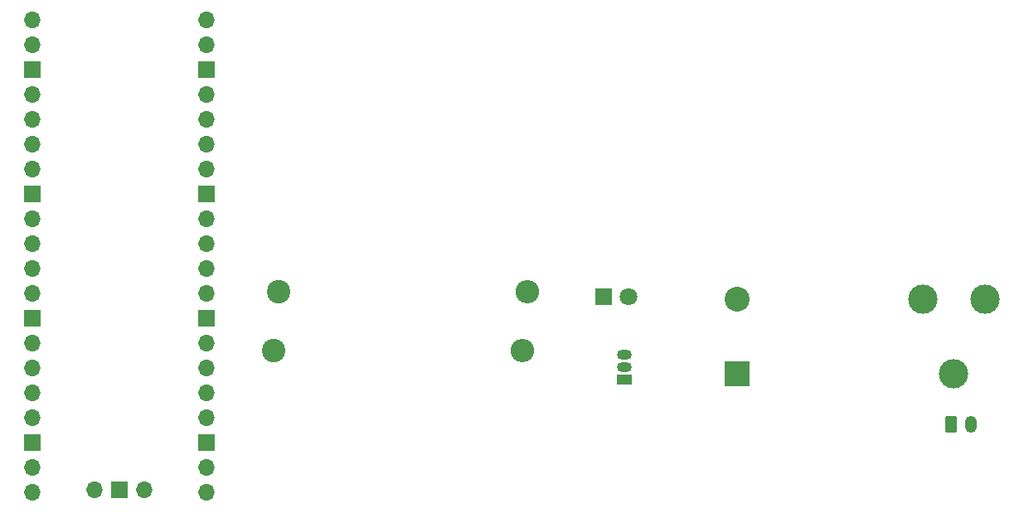
<source format=gbr>
%TF.GenerationSoftware,KiCad,Pcbnew,8.0.0*%
%TF.CreationDate,2024-03-28T12:09:12-03:00*%
%TF.ProjectId,Ponderada,506f6e64-6572-4616-9461-2e6b69636164,rev?*%
%TF.SameCoordinates,Original*%
%TF.FileFunction,Copper,L2,Bot*%
%TF.FilePolarity,Positive*%
%FSLAX46Y46*%
G04 Gerber Fmt 4.6, Leading zero omitted, Abs format (unit mm)*
G04 Created by KiCad (PCBNEW 8.0.0) date 2024-03-28 12:09:12*
%MOMM*%
%LPD*%
G01*
G04 APERTURE LIST*
G04 Aperture macros list*
%AMRoundRect*
0 Rectangle with rounded corners*
0 $1 Rounding radius*
0 $2 $3 $4 $5 $6 $7 $8 $9 X,Y pos of 4 corners*
0 Add a 4 corners polygon primitive as box body*
4,1,4,$2,$3,$4,$5,$6,$7,$8,$9,$2,$3,0*
0 Add four circle primitives for the rounded corners*
1,1,$1+$1,$2,$3*
1,1,$1+$1,$4,$5*
1,1,$1+$1,$6,$7*
1,1,$1+$1,$8,$9*
0 Add four rect primitives between the rounded corners*
20,1,$1+$1,$2,$3,$4,$5,0*
20,1,$1+$1,$4,$5,$6,$7,0*
20,1,$1+$1,$6,$7,$8,$9,0*
20,1,$1+$1,$8,$9,$2,$3,0*%
G04 Aperture macros list end*
%TA.AperFunction,ComponentPad*%
%ADD10O,1.700000X1.700000*%
%TD*%
%TA.AperFunction,ComponentPad*%
%ADD11R,1.700000X1.700000*%
%TD*%
%TA.AperFunction,ComponentPad*%
%ADD12C,2.400000*%
%TD*%
%TA.AperFunction,ComponentPad*%
%ADD13O,2.400000X2.400000*%
%TD*%
%TA.AperFunction,ComponentPad*%
%ADD14R,1.500000X1.050000*%
%TD*%
%TA.AperFunction,ComponentPad*%
%ADD15O,1.500000X1.050000*%
%TD*%
%TA.AperFunction,ComponentPad*%
%ADD16C,2.540000*%
%TD*%
%TA.AperFunction,ComponentPad*%
%ADD17R,2.540000X2.540000*%
%TD*%
%TA.AperFunction,ComponentPad*%
%ADD18C,3.000000*%
%TD*%
%TA.AperFunction,ComponentPad*%
%ADD19RoundRect,0.250000X-0.350000X-0.625000X0.350000X-0.625000X0.350000X0.625000X-0.350000X0.625000X0*%
%TD*%
%TA.AperFunction,ComponentPad*%
%ADD20O,1.200000X1.750000*%
%TD*%
%TA.AperFunction,ComponentPad*%
%ADD21R,1.800000X1.800000*%
%TD*%
%TA.AperFunction,ComponentPad*%
%ADD22C,1.800000*%
%TD*%
G04 APERTURE END LIST*
D10*
%TO.P,U1,1,GPIO0*%
%TO.N,unconnected-(U1-GPIO0-Pad1)*%
X113195000Y-87705000D03*
%TO.P,U1,2,GPIO1*%
%TO.N,unconnected-(U1-GPIO1-Pad2)*%
X113195000Y-90245000D03*
D11*
%TO.P,U1,3,GND*%
%TO.N,unconnected-(U1-GND-Pad3)*%
X113195000Y-92785000D03*
D10*
%TO.P,U1,4,GPIO2*%
%TO.N,unconnected-(U1-GPIO2-Pad4)*%
X113195000Y-95325000D03*
%TO.P,U1,5,GPIO3*%
%TO.N,unconnected-(U1-GPIO3-Pad5)*%
X113195000Y-97865000D03*
%TO.P,U1,6,GPIO4*%
%TO.N,unconnected-(U1-GPIO4-Pad6)*%
X113195000Y-100405000D03*
%TO.P,U1,7,GPIO5*%
%TO.N,unconnected-(U1-GPIO5-Pad7)*%
X113195000Y-102945000D03*
D11*
%TO.P,U1,8,GND*%
%TO.N,unconnected-(U1-GND-Pad8)*%
X113195000Y-105485000D03*
D10*
%TO.P,U1,9,GPIO6*%
%TO.N,unconnected-(U1-GPIO6-Pad9)*%
X113195000Y-108025000D03*
%TO.P,U1,10,GPIO7*%
%TO.N,unconnected-(U1-GPIO7-Pad10)*%
X113195000Y-110565000D03*
%TO.P,U1,11,GPIO8*%
%TO.N,unconnected-(U1-GPIO8-Pad11)*%
X113195000Y-113105000D03*
%TO.P,U1,12,GPIO9*%
%TO.N,unconnected-(U1-GPIO9-Pad12)*%
X113195000Y-115645000D03*
D11*
%TO.P,U1,13,GND*%
%TO.N,unconnected-(U1-GND-Pad13)*%
X113195000Y-118185000D03*
D10*
%TO.P,U1,14,GPIO10*%
%TO.N,unconnected-(U1-GPIO10-Pad14)*%
X113195000Y-120725000D03*
%TO.P,U1,15,GPIO11*%
%TO.N,unconnected-(U1-GPIO11-Pad15)*%
X113195000Y-123265000D03*
%TO.P,U1,16,GPIO12*%
%TO.N,unconnected-(U1-GPIO12-Pad16)*%
X113195000Y-125805000D03*
%TO.P,U1,17,GPIO13*%
%TO.N,unconnected-(U1-GPIO13-Pad17)*%
X113195000Y-128345000D03*
D11*
%TO.P,U1,18,GND*%
%TO.N,unconnected-(U1-GND-Pad18)*%
X113195000Y-130885000D03*
D10*
%TO.P,U1,19,GPIO14*%
%TO.N,unconnected-(U1-GPIO14-Pad19)*%
X113195000Y-133425000D03*
%TO.P,U1,20,GPIO15*%
%TO.N,unconnected-(U1-GPIO15-Pad20)*%
X113195000Y-135965000D03*
%TO.P,U1,21,GPIO16*%
%TO.N,unconnected-(U1-GPIO16-Pad21)*%
X130975000Y-135965000D03*
%TO.P,U1,22,GPIO17*%
%TO.N,unconnected-(U1-GPIO17-Pad22)*%
X130975000Y-133425000D03*
D11*
%TO.P,U1,23,GND*%
%TO.N,unconnected-(U1-GND-Pad23)*%
X130975000Y-130885000D03*
D10*
%TO.P,U1,24,GPIO18*%
%TO.N,unconnected-(U1-GPIO18-Pad24)*%
X130975000Y-128345000D03*
%TO.P,U1,25,GPIO19*%
%TO.N,unconnected-(U1-GPIO19-Pad25)*%
X130975000Y-125805000D03*
%TO.P,U1,26,GPIO20*%
%TO.N,unconnected-(U1-GPIO20-Pad26)*%
X130975000Y-123265000D03*
%TO.P,U1,27,GPIO21*%
%TO.N,GP21*%
X130975000Y-120725000D03*
D11*
%TO.P,U1,28,GND*%
%TO.N,unconnected-(U1-GND-Pad28)*%
X130975000Y-118185000D03*
D10*
%TO.P,U1,29,GPIO22*%
%TO.N,GP22*%
X130975000Y-115645000D03*
%TO.P,U1,30,RUN*%
%TO.N,unconnected-(U1-RUN-Pad30)*%
X130975000Y-113105000D03*
%TO.P,U1,31,GPIO26_ADC0*%
%TO.N,Analogico*%
X130975000Y-110565000D03*
%TO.P,U1,32,GPIO27_ADC1*%
%TO.N,unconnected-(U1-GPIO27_ADC1-Pad32)*%
X130975000Y-108025000D03*
D11*
%TO.P,U1,33,AGND*%
%TO.N,unconnected-(U1-AGND-Pad33)*%
X130975000Y-105485000D03*
D10*
%TO.P,U1,34,GPIO28_ADC2*%
%TO.N,unconnected-(U1-GPIO28_ADC2-Pad34)*%
X130975000Y-102945000D03*
%TO.P,U1,35,ADC_VREF*%
%TO.N,unconnected-(U1-ADC_VREF-Pad35)*%
X130975000Y-100405000D03*
%TO.P,U1,36,3V3*%
%TO.N,unconnected-(U1-3V3-Pad36)*%
X130975000Y-97865000D03*
%TO.P,U1,37,3V3_EN*%
%TO.N,unconnected-(U1-3V3_EN-Pad37)*%
X130975000Y-95325000D03*
D11*
%TO.P,U1,38,GND*%
%TO.N,unconnected-(U1-GND-Pad38)*%
X130975000Y-92785000D03*
D10*
%TO.P,U1,39,VSYS*%
%TO.N,unconnected-(U1-VSYS-Pad39)*%
X130975000Y-90245000D03*
%TO.P,U1,40,VBUS*%
%TO.N,unconnected-(U1-VBUS-Pad40)*%
X130975000Y-87705000D03*
%TO.P,U1,41,SWCLK*%
%TO.N,unconnected-(U1-SWCLK-Pad41)*%
X119545000Y-135735000D03*
D11*
%TO.P,U1,42,GND*%
%TO.N,unconnected-(U1-GND-Pad42)*%
X122085000Y-135735000D03*
D10*
%TO.P,U1,43,SWDIO*%
%TO.N,unconnected-(U1-SWDIO-Pad43)*%
X124625000Y-135735000D03*
%TD*%
D12*
%TO.P,R2,1*%
%TO.N,GP22*%
X138300000Y-115500000D03*
D13*
%TO.P,R2,2*%
%TO.N,Net-(D1-K)*%
X163700000Y-115500000D03*
%TD*%
D12*
%TO.P,R1,1*%
%TO.N,GP21*%
X137800000Y-121500000D03*
D13*
%TO.P,R1,2*%
%TO.N,Net-(Q1-B)*%
X163200000Y-121500000D03*
%TD*%
D14*
%TO.P,Q1,1,C*%
%TO.N,Net-(Q1-C)*%
X173630000Y-124410000D03*
D15*
%TO.P,Q1,2,B*%
%TO.N,Net-(Q1-B)*%
X173630000Y-123140000D03*
%TO.P,Q1,3,E*%
%TO.N,GND*%
X173630000Y-121870000D03*
%TD*%
D16*
%TO.P,K1,A2*%
%TO.N,Net-(Q1-C)*%
X185150000Y-116180000D03*
D17*
%TO.P,K1,A1*%
%TO.N,VCC*%
X185150000Y-123800000D03*
D18*
%TO.P,K1,14*%
%TO.N,Net-(J1-Pin_2)*%
X210450000Y-116180000D03*
%TO.P,K1,12*%
%TO.N,unconnected-(K1-Pad12)*%
X204050000Y-116180000D03*
%TO.P,K1,11*%
%TO.N,Net-(J1-Pin_1)*%
X207250000Y-123800000D03*
%TD*%
D19*
%TO.P,J1,1,Pin_1*%
%TO.N,Net-(J1-Pin_1)*%
X207000000Y-129000000D03*
D20*
%TO.P,J1,2,Pin_2*%
%TO.N,Net-(J1-Pin_2)*%
X209000000Y-129000000D03*
%TD*%
D21*
%TO.P,D1,1,K*%
%TO.N,Net-(D1-K)*%
X171460000Y-116000000D03*
D22*
%TO.P,D1,2,A*%
%TO.N,GND*%
X174000000Y-116000000D03*
%TD*%
M02*

</source>
